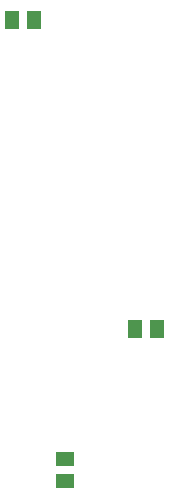
<source format=gbr>
G04 EAGLE Gerber RS-274X export*
G75*
%MOMM*%
%FSLAX34Y34*%
%LPD*%
%INSolderpaste Bottom*%
%IPPOS*%
%AMOC8*
5,1,8,0,0,1.08239X$1,22.5*%
G01*
%ADD10R,1.300000X1.500000*%
%ADD11R,1.500000X1.300000*%


D10*
X273660Y472440D03*
X254660Y472440D03*
D11*
X299720Y81940D03*
X299720Y100940D03*
D10*
X377800Y210820D03*
X358800Y210820D03*
M02*

</source>
